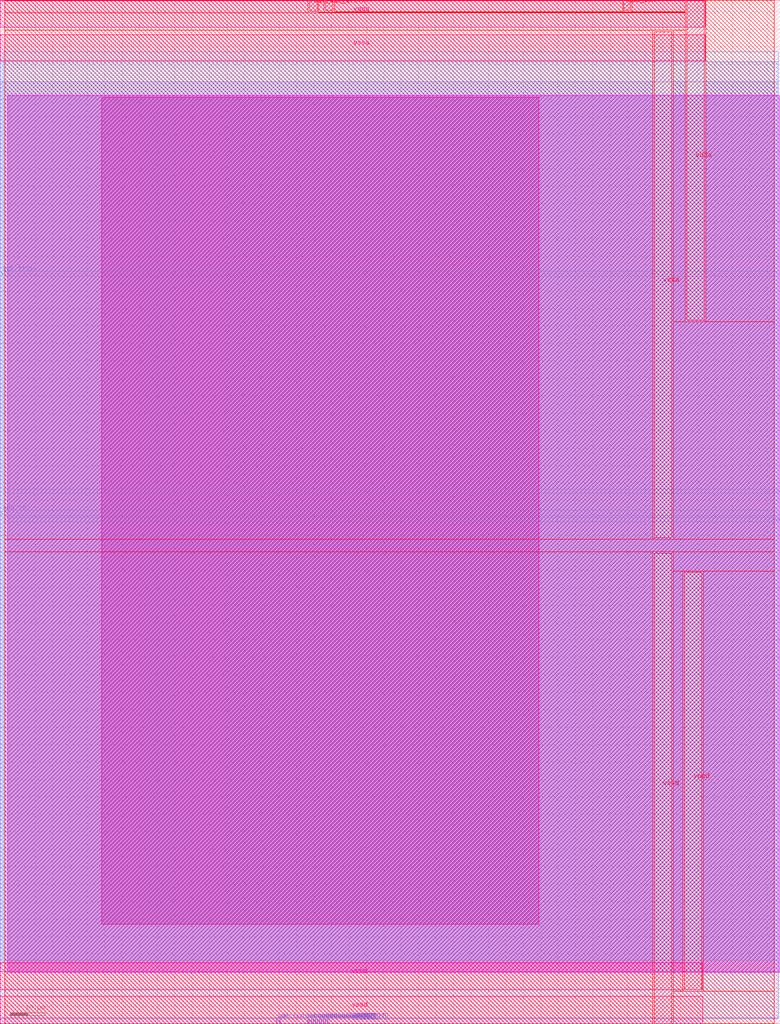
<source format=lef>
VERSION 5.7 ;
  NOWIREEXTENSIONATPIN ON ;
  DIVIDERCHAR "/" ;
  BUSBITCHARS "[]" ;
MACRO sky130_ef_ip__adc3v_12bit
  CLASS BLOCK ;
  FOREIGN sky130_ef_ip__adc3v_12bit ;
  ORIGIN 0.000 0.000 ;
  SIZE 223.710 BY 293.365 ;
  PIN adc_dac_val[11]
    DIRECTION INPUT ;
    USE SIGNAL ;
    ANTENNAGATEAREA 0.859200 ;
    ANTENNADIFFAREA 0.607200 ;
    PORT
      LAYER met2 ;
        RECT 94.230 0.000 94.370 1.500 ;
    END
  END adc_dac_val[11]
  PIN adc_dac_val[10]
    DIRECTION INPUT ;
    USE SIGNAL ;
    ANTENNAGATEAREA 0.859200 ;
    ANTENNADIFFAREA 0.607200 ;
    PORT
      LAYER met2 ;
        RECT 93.670 0.000 93.810 1.500 ;
    END
  END adc_dac_val[10]
  PIN adc_dac_val[9]
    DIRECTION INPUT ;
    USE SIGNAL ;
    ANTENNAGATEAREA 0.859200 ;
    ANTENNADIFFAREA 0.607200 ;
    PORT
      LAYER met2 ;
        RECT 93.110 0.000 93.250 1.500 ;
    END
  END adc_dac_val[9]
  PIN adc_dac_val[8]
    DIRECTION INPUT ;
    USE SIGNAL ;
    ANTENNAGATEAREA 0.859200 ;
    ANTENNADIFFAREA 0.607200 ;
    PORT
      LAYER met2 ;
        RECT 92.550 0.000 92.690 1.500 ;
    END
  END adc_dac_val[8]
  PIN adc_dac_val[7]
    DIRECTION INPUT ;
    USE SIGNAL ;
    ANTENNAGATEAREA 0.859200 ;
    ANTENNADIFFAREA 0.607200 ;
    PORT
      LAYER met2 ;
        RECT 91.990 0.000 92.130 1.500 ;
    END
  END adc_dac_val[7]
  PIN adc_dac_val[6]
    DIRECTION INPUT ;
    USE SIGNAL ;
    ANTENNAGATEAREA 0.859200 ;
    ANTENNADIFFAREA 0.607200 ;
    PORT
      LAYER met2 ;
        RECT 91.430 0.000 91.570 1.500 ;
    END
  END adc_dac_val[6]
  PIN adc_dac_val[5]
    DIRECTION INPUT ;
    USE SIGNAL ;
    ANTENNAGATEAREA 0.859200 ;
    ANTENNADIFFAREA 0.607200 ;
    PORT
      LAYER met2 ;
        RECT 90.870 0.000 91.010 1.500 ;
    END
  END adc_dac_val[5]
  PIN adc_dac_val[4]
    DIRECTION INPUT ;
    USE SIGNAL ;
    ANTENNAGATEAREA 0.859200 ;
    ANTENNADIFFAREA 0.607200 ;
    PORT
      LAYER met2 ;
        RECT 90.310 0.000 90.450 1.500 ;
    END
  END adc_dac_val[4]
  PIN adc_dac_val[3]
    DIRECTION INPUT ;
    USE SIGNAL ;
    ANTENNAGATEAREA 0.859200 ;
    ANTENNADIFFAREA 0.607200 ;
    PORT
      LAYER met2 ;
        RECT 89.750 0.000 89.890 1.500 ;
    END
  END adc_dac_val[3]
  PIN adc_dac_val[2]
    DIRECTION INPUT ;
    USE SIGNAL ;
    ANTENNAGATEAREA 0.859200 ;
    ANTENNADIFFAREA 0.607200 ;
    PORT
      LAYER met2 ;
        RECT 89.190 0.000 89.330 1.500 ;
    END
  END adc_dac_val[2]
  PIN adc_dac_val[1]
    DIRECTION INPUT ;
    USE SIGNAL ;
    ANTENNAGATEAREA 0.859200 ;
    ANTENNADIFFAREA 0.607200 ;
    PORT
      LAYER met2 ;
        RECT 88.630 0.000 88.770 1.500 ;
    END
  END adc_dac_val[1]
  PIN adc_dac_val[0]
    DIRECTION INPUT ;
    USE SIGNAL ;
    ANTENNAGATEAREA 0.859200 ;
    ANTENNADIFFAREA 0.607200 ;
    PORT
      LAYER met2 ;
        RECT 88.070 0.000 88.210 1.500 ;
    END
  END adc_dac_val[0]
  PIN adc_ena
    DIRECTION INPUT ;
    USE SIGNAL ;
    ANTENNAGATEAREA 0.859200 ;
    ANTENNADIFFAREA 0.607200 ;
    PORT
      LAYER met3 ;
        RECT 223.080 152.480 223.710 152.790 ;
    END
  END adc_ena
  PIN adc_reset
    DIRECTION INPUT ;
    USE SIGNAL ;
    ANTENNAGATEAREA 0.859200 ;
    ANTENNADIFFAREA 0.607200 ;
    PORT
      LAYER met2 ;
        RECT 80.160 0.000 80.340 1.500 ;
    END
  END adc_reset
  PIN adc_comp_out
    DIRECTION OUTPUT ;
    USE SIGNAL ;
    ANTENNADIFFAREA 4.350000 ;
    PORT
      LAYER met3 ;
        RECT 222.830 144.305 223.515 144.605 ;
    END
  END adc_comp_out
  PIN adc_hold
    DIRECTION INPUT ;
    USE SIGNAL ;
    ANTENNAGATEAREA 0.859200 ;
    ANTENNADIFFAREA 0.607200 ;
    PORT
      LAYER met2 ;
        RECT 79.245 0.000 79.425 1.500 ;
    END
  END adc_hold
  PIN adc_vrefL
    DIRECTION INOUT ;
    USE ANALOG ;
    ANTENNADIFFAREA 121.799995 ;
    PORT
      LAYER met4 ;
        RECT 88.700 290.235 90.955 293.310 ;
    END
  END adc_vrefL
  PIN vssd
    DIRECTION INOUT ;
    USE GROUND ;
    PORT
      LAYER met5 ;
        RECT 0.000 0.065 201.435 7.905 ;
    END
    PORT
      LAYER met4 ;
        RECT 187.535 0.065 192.635 134.895 ;
    END
  END vssd
  PIN adc_vrefH
    DIRECTION INOUT ;
    USE ANALOG ;
    ANTENNADIFFAREA 121.799995 ;
    PORT
      LAYER met4 ;
        RECT 93.255 290.290 95.510 293.365 ;
    END
  END adc_vrefH
  PIN adc_trim
    DIRECTION INPUT ;
    USE ANALOG ;
    PORT
      LAYER met3 ;
        RECT 0.000 214.605 0.830 215.280 ;
    END
  END adc_trim
  PIN adc_vCM
    DIRECTION INOUT ;
    USE ANALOG ;
    ANTENNAGATEAREA 70.000000 ;
    ANTENNADIFFAREA 121.799995 ;
    PORT
      LAYER met4 ;
        RECT 178.920 290.465 180.755 293.355 ;
    END
  END adc_vCM
  PIN adc_in
    DIRECTION INPUT ;
    USE ANALOG ;
    ANTENNADIFFAREA 10.440000 ;
    PORT
      LAYER met3 ;
        RECT 0.000 146.050 1.265 146.810 ;
    END
  END adc_in
  PIN vccd
    ANTENNADIFFAREA 16.191999 ;
    PORT
      LAYER met5 ;
        RECT 0.000 9.690 201.315 17.530 ;
    END
    PORT
      LAYER met4 ;
        RECT 196.185 9.690 201.280 129.365 ;
    END
  END vccd
  PIN vdda
    ANTENNAGATEAREA 83.250000 ;
    ANTENNADIFFAREA 1752.923096 ;
    PORT
      LAYER met5 ;
        RECT 0.000 285.680 202.235 293.150 ;
    END
    PORT
      LAYER met4 ;
        RECT 196.850 201.580 201.950 293.300 ;
    END
  END vdda
  PIN vssa
    ANTENNADIFFAREA 324.873291 ;
    PORT
      LAYER met5 ;
        RECT 0.000 276.005 202.235 283.475 ;
    END
    PORT
      LAYER met4 ;
        RECT 187.530 139.270 192.635 284.310 ;
    END
  END vssa
  OBS
      LAYER nwell ;
        RECT 2.195 14.775 223.430 266.200 ;
      LAYER li1 ;
        RECT 2.630 14.905 223.100 265.810 ;
      LAYER met1 ;
        RECT 0.000 14.875 223.100 269.945 ;
      LAYER met2 ;
        RECT 0.035 1.780 223.200 275.780 ;
        RECT 0.035 1.500 78.965 1.780 ;
        RECT 79.705 1.500 79.880 1.780 ;
        RECT 80.620 1.500 87.790 1.780 ;
        RECT 94.650 1.500 223.200 1.780 ;
      LAYER met3 ;
        RECT 0.830 215.680 223.200 278.610 ;
        RECT 1.230 214.205 223.200 215.680 ;
        RECT 0.830 153.190 223.200 214.205 ;
        RECT 0.830 152.080 222.680 153.190 ;
        RECT 0.830 147.210 223.200 152.080 ;
        RECT 1.665 145.650 223.200 147.210 ;
        RECT 0.830 145.005 223.200 145.650 ;
        RECT 0.830 143.905 222.430 145.005 ;
        RECT 0.830 18.230 223.200 143.905 ;
      LAYER met4 ;
        RECT 1.235 289.835 88.300 293.355 ;
        RECT 91.355 289.890 92.855 293.355 ;
        RECT 95.910 290.065 178.520 293.355 ;
        RECT 181.155 290.065 196.450 293.355 ;
        RECT 95.910 289.890 196.450 290.065 ;
        RECT 91.355 289.835 196.450 289.890 ;
        RECT 1.235 284.710 196.450 289.835 ;
        RECT 1.235 138.870 187.130 284.710 ;
        RECT 193.035 201.180 196.450 284.710 ;
        RECT 202.350 201.180 222.055 293.355 ;
        RECT 193.035 138.870 222.055 201.180 ;
        RECT 1.235 135.295 222.055 138.870 ;
        RECT 1.235 0.065 187.135 135.295 ;
        RECT 193.035 129.765 222.055 135.295 ;
        RECT 193.035 9.290 195.785 129.765 ;
        RECT 201.680 9.290 222.055 129.765 ;
        RECT 193.035 0.065 222.055 9.290 ;
      LAYER met5 ;
        RECT 29.155 28.510 154.505 265.525 ;
  END
END sky130_ef_ip__adc3v_12bit
END LIBRARY


</source>
